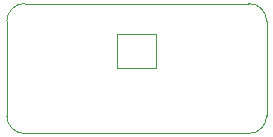
<source format=gm1>
%TF.GenerationSoftware,KiCad,Pcbnew,5.99.0-unknown-56f6e7cc17~117~ubuntu20.04.1*%
%TF.CreationDate,2021-03-07T11:50:43-05:00*%
%TF.ProjectId,SK6812MINI-E Breakout Test,534b3638-3132-44d4-994e-492d45204272,rev?*%
%TF.SameCoordinates,Original*%
%TF.FileFunction,Profile,NP*%
%FSLAX46Y46*%
G04 Gerber Fmt 4.6, Leading zero omitted, Abs format (unit mm)*
G04 Created by KiCad (PCBNEW 5.99.0-unknown-56f6e7cc17~117~ubuntu20.04.1) date 2021-03-07 11:50:43*
%MOMM*%
%LPD*%
G01*
G04 APERTURE LIST*
%TA.AperFunction,Profile*%
%ADD10C,0.050000*%
%TD*%
%TA.AperFunction,Profile*%
%ADD11C,0.120000*%
%TD*%
G04 APERTURE END LIST*
D10*
X124500000Y-125500000D02*
G75*
G02*
X123000000Y-124000000I0J1500000D01*
G01*
X145000000Y-124000000D02*
G75*
G02*
X143500000Y-125500000I-1500000J0D01*
G01*
X143500000Y-114500000D02*
G75*
G02*
X145000000Y-116000000I0J-1500000D01*
G01*
X123000000Y-116000000D02*
G75*
G02*
X124500000Y-114500000I1500000J0D01*
G01*
X123000000Y-124000000D02*
X123000000Y-116000000D01*
X143500000Y-125500000D02*
X124500000Y-125500000D01*
X145000000Y-116000000D02*
X145000000Y-124000000D01*
X124500000Y-114500000D02*
X143500000Y-114500000D01*
D11*
%TO.C,D1*%
X132350000Y-117050000D02*
X135650000Y-117050000D01*
X135650000Y-117050000D02*
X135650000Y-119950000D01*
X135650000Y-119950000D02*
X132350000Y-119950000D01*
X132350000Y-119950000D02*
X132350000Y-117050000D01*
%TD*%
M02*

</source>
